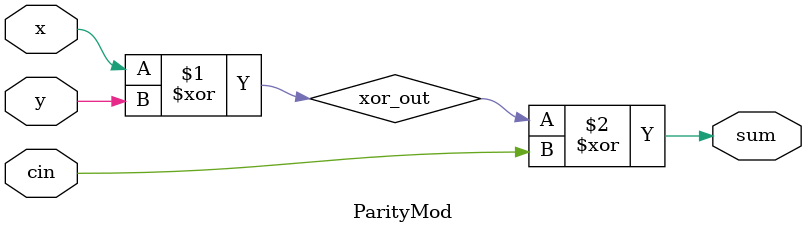
<source format=v>

module TestMod;
	parameter STDIN = 32'h8000_0000;
	
	reg [7:0] str [1:3];
	reg [4:0] x, y;
	wire [4:0] s;
	wire c5;

	BigAdder my_Adder(x, y, s, c5);

	initial begin
		$display("Enter X: ");
		str[1] = $fgetc(STDIN);
		str[2] = $fgetc(STDIN);
		str[3] = $fgetc(STDIN);
		x = (str[1] - 48) * 10 + (str[2] - 48) * 1;

		$display("EnterY: ");
		str[1] = $fgetc(STDIN);
		str[2] = $fgetc(STDIN);
		str[3] = $fgetc(STDIN);
		y = (str[1] - 48) * 10 + (str[2] - 48) * 1;

		#1;
		$display("X: %d (%b)", x, x);
		$display("Y: %d (%b)", y, y);
		$display("Result: %d (%b)", s, s);
		$display("C5: %d", c5);
	end
endmodule

module BigAdder(x, y, s, c5);
	input [4:0] x, y;
	output [4:0] s;
	output c5;
	wire [4:0] x, y;
	wire c5;

	wire [4:0] c;

	assign c[0] = 0;

	FullAdderMod my_FA0(x[0], y[0], c[0], s[0], c[1]);
	FullAdderMod my_FA1(x[1], y[1], c[1], s[1], c[2]);
	FullAdderMod my_FA2(x[2], y[2], c[2], s[2], c[3]);
	FullAdderMod my_FA3(x[3], y[3], c[3], s[3], c[4]);
	FullAdderMod my_FA4(x[4], y[4], c[4], s[4], c5);
endmodule

module FullAdderMod(x, y, cin, sum, cout);
	input x, y, cin;
	output cout, sum;

	MajorityMod my_Maj(x, y, cin, cout);
	ParityMod my_Par(x, y, cin, sum);
endmodule

module MajorityMod(x, y, cin, cout);
	input x, y, cin;
	output cout;

	wire [0:2] and_out;

	and(and_out[0], x, y);
	and(and_out[1], x, cin);
	and(and_out[2], cin, y);

	or (cout, and_out[0], and_out[1], and_out[2]);
endmodule

module ParityMod(x, y, cin, sum);
	input x, y, cin;
	output sum;

	wire xor_out;

	xor(xor_out, x, y);
	xor(sum, xor_out, cin);
endmodule

</source>
